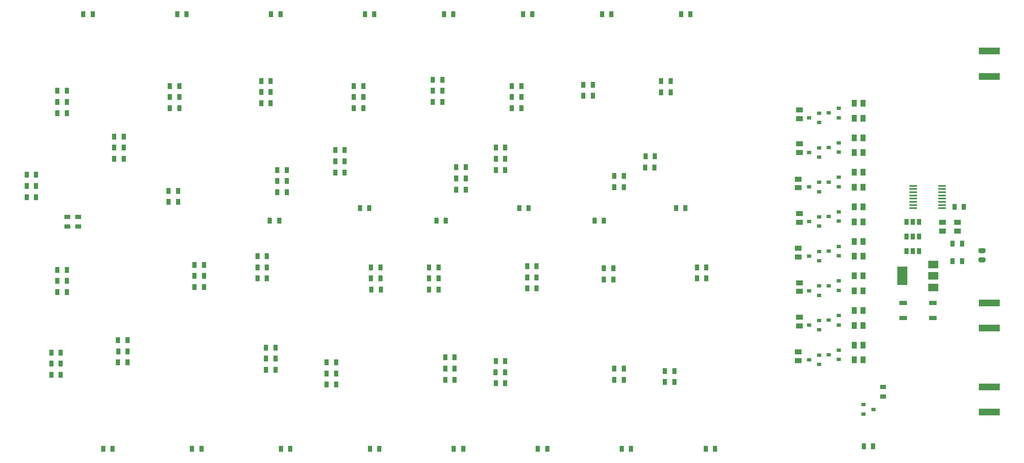
<source format=gbp>
G04 #@! TF.GenerationSoftware,KiCad,Pcbnew,5.1.12-84ad8e8a86~92~ubuntu20.04.1*
G04 #@! TF.CreationDate,2022-02-12T14:31:20-08:00*
G04 #@! TF.ProjectId,lp_filter_8_bands,6c705f66-696c-4746-9572-5f385f62616e,rev?*
G04 #@! TF.SameCoordinates,Original*
G04 #@! TF.FileFunction,Paste,Bot*
G04 #@! TF.FilePolarity,Positive*
%FSLAX46Y46*%
G04 Gerber Fmt 4.6, Leading zero omitted, Abs format (unit mm)*
G04 Created by KiCad (PCBNEW 5.1.12-84ad8e8a86~92~ubuntu20.04.1) date 2022-02-12 14:31:20*
%MOMM*%
%LPD*%
G01*
G04 APERTURE LIST*
%ADD10R,4.200000X1.350000*%
%ADD11R,1.600000X0.900000*%
%ADD12R,0.900000X1.300000*%
%ADD13R,1.300000X0.900000*%
%ADD14R,0.900000X0.800000*%
%ADD15R,1.400000X1.100000*%
%ADD16R,1.100000X1.400000*%
%ADD17R,0.965200X1.270000*%
%ADD18R,1.500000X0.450000*%
%ADD19R,2.000000X3.800000*%
%ADD20R,2.000000X1.500000*%
G04 APERTURE END LIST*
D10*
X247500000Y-131450000D03*
X247500000Y-136550000D03*
X247500000Y-114450000D03*
X247500000Y-119550000D03*
X247500000Y-63450000D03*
X247500000Y-68550000D03*
D11*
X236010000Y-117550000D03*
X236010000Y-114450000D03*
X230010000Y-114450000D03*
X230010000Y-117550000D03*
D12*
X240447500Y-94990000D03*
X242352500Y-94990000D03*
X240047500Y-106010000D03*
X241952500Y-106010000D03*
X81297500Y-91750000D03*
X83202500Y-91750000D03*
X81297500Y-93990000D03*
X83202500Y-93990000D03*
X71047500Y-122010000D03*
X72952500Y-122010000D03*
X73000000Y-124250000D03*
X71095000Y-124250000D03*
X71047500Y-126510000D03*
X72952500Y-126510000D03*
X88452500Y-111240000D03*
X86547500Y-111240000D03*
X86547500Y-108990000D03*
X88452500Y-108990000D03*
X88452500Y-106740000D03*
X86547500Y-106740000D03*
X72202500Y-85260000D03*
X70297500Y-85260000D03*
X70297500Y-83010000D03*
X72202500Y-83010000D03*
X72202500Y-80760000D03*
X70297500Y-80760000D03*
X81547500Y-70510000D03*
X83452500Y-70510000D03*
X83452500Y-72760000D03*
X81547500Y-72760000D03*
X81547500Y-75010000D03*
X83452500Y-75010000D03*
X101797500Y-97760000D03*
X103702500Y-97760000D03*
X102952500Y-128010000D03*
X101047500Y-128010000D03*
X101047500Y-125760000D03*
X102952500Y-125760000D03*
X102952500Y-123510000D03*
X101047500Y-123510000D03*
X101202500Y-109490000D03*
X99297500Y-109490000D03*
X99297500Y-107240000D03*
X101202500Y-107240000D03*
X99297500Y-104990000D03*
X101202500Y-104990000D03*
X103297500Y-92010000D03*
X105202500Y-92010000D03*
X105202500Y-89760000D03*
X103297500Y-89760000D03*
X103297500Y-87510000D03*
X105202500Y-87510000D03*
X101952500Y-73990000D03*
X100047500Y-73990000D03*
X101952500Y-71740000D03*
X100047500Y-71740000D03*
X100047500Y-69490000D03*
X101952500Y-69490000D03*
X120047500Y-95240000D03*
X121952500Y-95240000D03*
X113297500Y-131010000D03*
X115202500Y-131010000D03*
X113297500Y-128760000D03*
X115202500Y-128760000D03*
X115202500Y-126510000D03*
X113297500Y-126510000D03*
X124250000Y-111750000D03*
X122345000Y-111750000D03*
X122297500Y-109510000D03*
X124202500Y-109510000D03*
X122297500Y-107260000D03*
X124202500Y-107260000D03*
X115047500Y-88010000D03*
X116952500Y-88010000D03*
X115047500Y-85760000D03*
X116952500Y-85760000D03*
X116952500Y-83510000D03*
X115047500Y-83510000D03*
X120702500Y-75010000D03*
X118797500Y-75010000D03*
X120702500Y-72760000D03*
X118797500Y-72760000D03*
X118797500Y-70510000D03*
X120702500Y-70510000D03*
X137452500Y-97760000D03*
X135547500Y-97760000D03*
X137297500Y-130010000D03*
X139202500Y-130010000D03*
X139202500Y-127760000D03*
X137297500Y-127760000D03*
X139202500Y-125510000D03*
X137297500Y-125510000D03*
X134047500Y-111740000D03*
X135952500Y-111740000D03*
X135952500Y-109490000D03*
X134047500Y-109490000D03*
X135952500Y-107240000D03*
X134047500Y-107240000D03*
X141452500Y-91490000D03*
X139547500Y-91490000D03*
X139547500Y-89240000D03*
X141452500Y-89240000D03*
X139547500Y-86990000D03*
X141452500Y-86990000D03*
X136702500Y-73740000D03*
X134797500Y-73740000D03*
X134797500Y-71490000D03*
X136702500Y-71490000D03*
X136702500Y-69240000D03*
X134797500Y-69240000D03*
X152297500Y-95240000D03*
X154202500Y-95240000D03*
X149452500Y-130760000D03*
X147547500Y-130760000D03*
X149405000Y-128500000D03*
X147500000Y-128500000D03*
X147547500Y-126260000D03*
X149452500Y-126260000D03*
X153897500Y-111510000D03*
X155802500Y-111510000D03*
X155802500Y-109260000D03*
X153897500Y-109260000D03*
X153897500Y-107010000D03*
X155802500Y-107010000D03*
X149452500Y-87510000D03*
X147547500Y-87510000D03*
X147547500Y-85260000D03*
X149452500Y-85260000D03*
X149452500Y-83010000D03*
X147547500Y-83010000D03*
X150797500Y-75010000D03*
X152702500Y-75010000D03*
X152702500Y-72760000D03*
X150797500Y-72760000D03*
X152702500Y-70510000D03*
X150797500Y-70510000D03*
X167547500Y-97760000D03*
X169452500Y-97760000D03*
X173452500Y-130010000D03*
X171547500Y-130010000D03*
X173452500Y-127760000D03*
X171547500Y-127760000D03*
X171352500Y-109690000D03*
X169447500Y-109690000D03*
X171352500Y-107440000D03*
X169447500Y-107440000D03*
X173452500Y-90990000D03*
X171547500Y-90990000D03*
X171547500Y-88740000D03*
X173452500Y-88740000D03*
X165297500Y-72490000D03*
X167202500Y-72490000D03*
X167202500Y-70240000D03*
X165297500Y-70240000D03*
X184047500Y-95240000D03*
X185952500Y-95240000D03*
X181797500Y-130510000D03*
X183702500Y-130510000D03*
X181797500Y-128260000D03*
X183702500Y-128260000D03*
X188297500Y-109510000D03*
X190202500Y-109510000D03*
X190202500Y-107260000D03*
X188297500Y-107260000D03*
X177797500Y-87010000D03*
X179702500Y-87010000D03*
X179750000Y-84750000D03*
X177845000Y-84750000D03*
X182952500Y-71760000D03*
X181047500Y-71760000D03*
X182952500Y-69510000D03*
X181047500Y-69510000D03*
D13*
X60760000Y-97047500D03*
X60760000Y-98952500D03*
X63010000Y-98952500D03*
X63010000Y-97047500D03*
D12*
X59452500Y-129010000D03*
X57547500Y-129010000D03*
X57547500Y-126750000D03*
X59452500Y-126750000D03*
X59452500Y-124510000D03*
X57547500Y-124510000D03*
X60702500Y-112240000D03*
X58797500Y-112240000D03*
X60702500Y-109990000D03*
X58797500Y-109990000D03*
X58797500Y-107740000D03*
X60702500Y-107740000D03*
X52547500Y-88510000D03*
X54452500Y-88510000D03*
X52547500Y-90760000D03*
X54452500Y-90760000D03*
X52547500Y-93010000D03*
X54452500Y-93010000D03*
X58797500Y-75990000D03*
X60702500Y-75990000D03*
X60702500Y-73740000D03*
X58797500Y-73740000D03*
X58797500Y-71490000D03*
X60702500Y-71490000D03*
D14*
X221990000Y-136980000D03*
X221990000Y-135080000D03*
X223990000Y-136030000D03*
X211010000Y-83970000D03*
X213010000Y-84920000D03*
X213010000Y-83020000D03*
X213010000Y-90020000D03*
X213010000Y-91920000D03*
X211010000Y-90970000D03*
X211010000Y-97970000D03*
X213010000Y-98920000D03*
X213010000Y-97020000D03*
X213010000Y-104020000D03*
X213010000Y-105920000D03*
X211010000Y-104970000D03*
X211010000Y-111970000D03*
X213010000Y-112920000D03*
X213010000Y-111020000D03*
X211010000Y-118970000D03*
X213010000Y-119920000D03*
X213010000Y-118020000D03*
X213010000Y-125020000D03*
X213010000Y-126920000D03*
X211010000Y-125970000D03*
X213010000Y-76020000D03*
X213010000Y-77920000D03*
X211010000Y-76970000D03*
D15*
X209010000Y-82250000D03*
X209010000Y-84000000D03*
X208760000Y-91125000D03*
X208760000Y-89375000D03*
X209010000Y-98125000D03*
X209010000Y-96375000D03*
X208760000Y-103375000D03*
X208760000Y-105125000D03*
X209010000Y-110375000D03*
X209010000Y-112125000D03*
X209010000Y-117375000D03*
X209010000Y-119125000D03*
X208760000Y-126125000D03*
X208760000Y-124375000D03*
X209010000Y-77125000D03*
X209010000Y-75375000D03*
D14*
X215010000Y-75970000D03*
X217010000Y-76920000D03*
X217010000Y-75020000D03*
X217010000Y-82020000D03*
X217010000Y-83920000D03*
X215010000Y-82970000D03*
X217010000Y-89020000D03*
X217010000Y-90920000D03*
X215010000Y-89970000D03*
X217010000Y-96000000D03*
X217010000Y-97900000D03*
X215010000Y-96950000D03*
X215010000Y-103970000D03*
X217010000Y-104920000D03*
X217010000Y-103020000D03*
X217010000Y-110020000D03*
X217010000Y-111920000D03*
X215010000Y-110970000D03*
X215010000Y-117970000D03*
X217010000Y-118920000D03*
X217010000Y-117020000D03*
X215010000Y-124970000D03*
X217010000Y-125920000D03*
X217010000Y-124020000D03*
D16*
X220125000Y-73990000D03*
X221875000Y-73990000D03*
X220125000Y-77010000D03*
X221875000Y-77010000D03*
X220125000Y-80990000D03*
X221875000Y-80990000D03*
X220125000Y-84010000D03*
X221875000Y-84010000D03*
D15*
X241010000Y-99875000D03*
X241010000Y-98125000D03*
X238010000Y-98125000D03*
X238010000Y-99875000D03*
D16*
X220125000Y-87990000D03*
X221875000Y-87990000D03*
X220125000Y-91010000D03*
X221875000Y-91010000D03*
X220125000Y-94990000D03*
X221875000Y-94990000D03*
X220125000Y-98010000D03*
X221875000Y-98010000D03*
X220125000Y-101990000D03*
X221875000Y-101990000D03*
X220125000Y-105010000D03*
X221875000Y-105010000D03*
X220125000Y-108990000D03*
X221875000Y-108990000D03*
X220125000Y-112010000D03*
X221875000Y-112010000D03*
X220125000Y-115990000D03*
X221875000Y-115990000D03*
X221875000Y-119010000D03*
X220125000Y-119010000D03*
X221875000Y-122990000D03*
X220125000Y-122990000D03*
X220125000Y-126010000D03*
X221875000Y-126010000D03*
D17*
X230730000Y-98000000D03*
X232000000Y-98000000D03*
X233270000Y-98000000D03*
X233270000Y-101000000D03*
X232000000Y-101000000D03*
X230730000Y-101000000D03*
X233270000Y-104000000D03*
X232000000Y-104000000D03*
X230730000Y-104000000D03*
D18*
X232050000Y-95275000D03*
X232050000Y-94625000D03*
X232050000Y-93975000D03*
X232050000Y-93325000D03*
X232050000Y-92675000D03*
X232050000Y-92025000D03*
X232050000Y-91375000D03*
X232050000Y-90725000D03*
X237950000Y-90725000D03*
X237950000Y-91375000D03*
X237950000Y-92025000D03*
X237950000Y-92675000D03*
X237950000Y-93325000D03*
X237950000Y-93975000D03*
X237950000Y-94625000D03*
X237950000Y-95275000D03*
D19*
X229850000Y-109000000D03*
D20*
X236150000Y-109000000D03*
X236150000Y-111300000D03*
X236150000Y-106700000D03*
D12*
X240047500Y-102410000D03*
X241952500Y-102410000D03*
X87952500Y-144010000D03*
X86047500Y-144010000D03*
X84952500Y-55990000D03*
X83047500Y-55990000D03*
X104047500Y-144010000D03*
X105952500Y-144010000D03*
X102047500Y-55990000D03*
X103952500Y-55990000D03*
X123952500Y-144010000D03*
X122047500Y-144010000D03*
X122952500Y-55990000D03*
X121047500Y-55990000D03*
X140952500Y-144010000D03*
X139047500Y-144010000D03*
X138952500Y-55990000D03*
X137047500Y-55990000D03*
X157952500Y-144010000D03*
X156047500Y-144010000D03*
X154952500Y-55990000D03*
X153047500Y-55990000D03*
X174952500Y-144010000D03*
X173047500Y-144010000D03*
X170952500Y-55990000D03*
X169047500Y-55990000D03*
X190047500Y-144010000D03*
X191952500Y-144010000D03*
X185047500Y-55990000D03*
X186952500Y-55990000D03*
X69952500Y-144010000D03*
X68047500Y-144010000D03*
X65952500Y-55990000D03*
X64047500Y-55990000D03*
D13*
X226000000Y-131500000D03*
X226000000Y-133405000D03*
D12*
X222047500Y-143490000D03*
X223952500Y-143490000D03*
G36*
G01*
X245543750Y-103375000D02*
X246456250Y-103375000D01*
G75*
G02*
X246700000Y-103618750I0J-243750D01*
G01*
X246700000Y-104106250D01*
G75*
G02*
X246456250Y-104350000I-243750J0D01*
G01*
X245543750Y-104350000D01*
G75*
G02*
X245300000Y-104106250I0J243750D01*
G01*
X245300000Y-103618750D01*
G75*
G02*
X245543750Y-103375000I243750J0D01*
G01*
G37*
G36*
G01*
X245543750Y-105250000D02*
X246456250Y-105250000D01*
G75*
G02*
X246700000Y-105493750I0J-243750D01*
G01*
X246700000Y-105981250D01*
G75*
G02*
X246456250Y-106225000I-243750J0D01*
G01*
X245543750Y-106225000D01*
G75*
G02*
X245300000Y-105981250I0J243750D01*
G01*
X245300000Y-105493750D01*
G75*
G02*
X245543750Y-105250000I243750J0D01*
G01*
G37*
M02*

</source>
